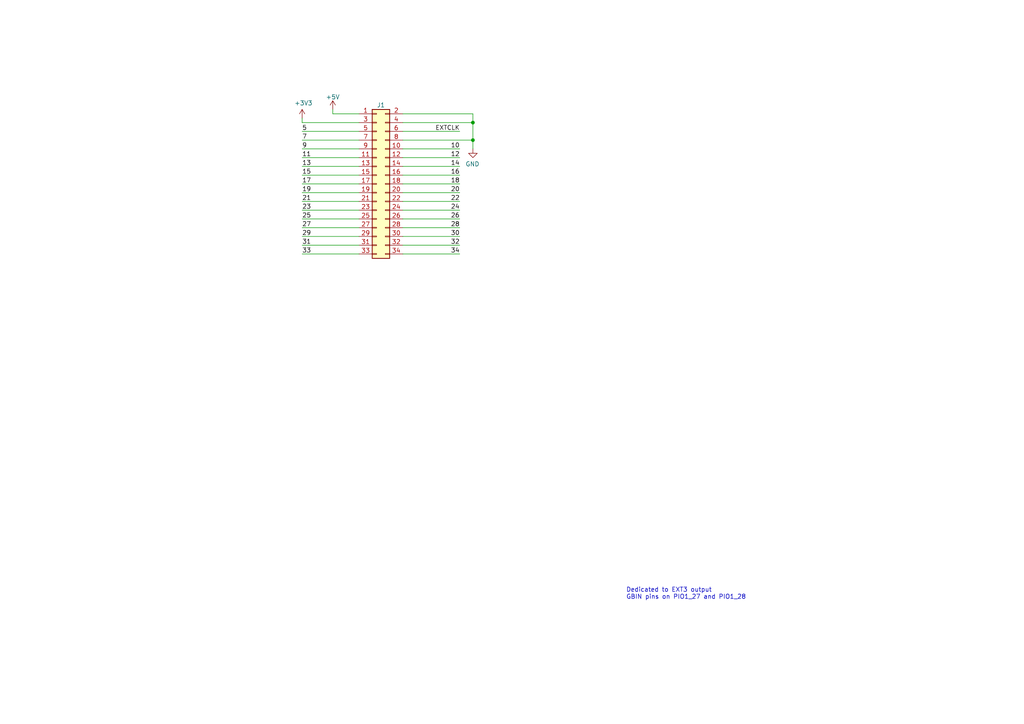
<source format=kicad_sch>
(kicad_sch (version 20211123) (generator eeschema)
  (paper "A4")
  (lib_symbols
    (symbol "Connector_Generic:Conn_02x17_Odd_Even" (pin_names (offset 1.016) hide)
      (property "Reference" "J" (at 1.27 22.86 0))
      (property "Value" "Conn_02x17_Odd_Even" (at 1.27 -22.86 0))
      (symbol "Conn_02x17_Odd_Even_1_1"
        (rectangle (start -1.27 -20.193) (end 0 -20.447) (stroke (width 0.1524)))
        (rectangle (start -1.27 -17.653) (end 0 -17.907) (stroke (width 0.1524)))
        (rectangle (start -1.27 -15.113) (end 0 -15.367) (stroke (width 0.1524)))
        (rectangle (start -1.27 -12.573) (end 0 -12.827) (stroke (width 0.1524)))
        (rectangle (start -1.27 -10.033) (end 0 -10.287) (stroke (width 0.1524)))
        (rectangle (start -1.27 -7.493) (end 0 -7.747) (stroke (width 0.1524)))
        (rectangle (start -1.27 -4.953) (end 0 -5.207) (stroke (width 0.1524)))
        (rectangle (start -1.27 -2.413) (end 0 -2.667) (stroke (width 0.1524)))
        (rectangle (start -1.27 0.127) (end 0 -0.127) (stroke (width 0.1524)))
        (rectangle (start -1.27 2.667) (end 0 2.413) (stroke (width 0.1524)))
        (rectangle (start -1.27 5.207) (end 0 4.953) (stroke (width 0.1524)))
        (rectangle (start -1.27 7.747) (end 0 7.493) (stroke (width 0.1524)))
        (rectangle (start -1.27 10.287) (end 0 10.033) (stroke (width 0.1524)))
        (rectangle (start -1.27 12.827) (end 0 12.573) (stroke (width 0.1524)))
        (rectangle (start -1.27 15.367) (end 0 15.113) (stroke (width 0.1524)))
        (rectangle (start -1.27 17.907) (end 0 17.653) (stroke (width 0.1524)))
        (rectangle (start -1.27 20.447) (end 0 20.193) (stroke (width 0.1524)))
        (rectangle (start -1.27 21.59) (end 3.81 -21.59) (stroke (width 0.254)) (fill (type background)))
        (rectangle (start 3.81 -20.193) (end 2.54 -20.447) (stroke (width 0.1524)))
        (rectangle (start 3.81 -17.653) (end 2.54 -17.907) (stroke (width 0.1524)))
        (rectangle (start 3.81 -15.113) (end 2.54 -15.367) (stroke (width 0.1524)))
        (rectangle (start 3.81 -12.573) (end 2.54 -12.827) (stroke (width 0.1524)))
        (rectangle (start 3.81 -10.033) (end 2.54 -10.287) (stroke (width 0.1524)))
        (rectangle (start 3.81 -7.493) (end 2.54 -7.747) (stroke (width 0.1524)))
        (rectangle (start 3.81 -4.953) (end 2.54 -5.207) (stroke (width 0.1524)))
        (rectangle (start 3.81 -2.413) (end 2.54 -2.667) (stroke (width 0.1524)))
        (rectangle (start 3.81 0.127) (end 2.54 -0.127) (stroke (width 0.1524)))
        (rectangle (start 3.81 2.667) (end 2.54 2.413) (stroke (width 0.1524)))
        (rectangle (start 3.81 5.207) (end 2.54 4.953) (stroke (width 0.1524)))
        (rectangle (start 3.81 7.747) (end 2.54 7.493) (stroke (width 0.1524)))
        (rectangle (start 3.81 10.287) (end 2.54 10.033) (stroke (width 0.1524)))
        (rectangle (start 3.81 12.827) (end 2.54 12.573) (stroke (width 0.1524)))
        (rectangle (start 3.81 15.367) (end 2.54 15.113) (stroke (width 0.1524)))
        (rectangle (start 3.81 17.907) (end 2.54 17.653) (stroke (width 0.1524)))
        (rectangle (start 3.81 20.447) (end 2.54 20.193) (stroke (width 0.1524)))
        (pin passive line (at -5.08 20.32 0) (length 3.81) (name "Pin_1") (number "1"))
        (pin passive line (at 7.62 10.16 180) (length 3.81) (name "Pin_10") (number "10"))
        (pin passive line (at -5.08 7.62 0) (length 3.81) (name "Pin_11") (number "11"))
        (pin passive line (at 7.62 7.62 180) (length 3.81) (name "Pin_12") (number "12"))
        (pin passive line (at -5.08 5.08 0) (length 3.81) (name "Pin_13") (number "13"))
        (pin passive line (at 7.62 5.08 180) (length 3.81) (name "Pin_14") (number "14"))
        (pin passive line (at -5.08 2.54 0) (length 3.81) (name "Pin_15") (number "15"))
        (pin passive line (at 7.62 2.54 180) (length 3.81) (name "Pin_16") (number "16"))
        (pin passive line (at -5.08 0 0) (length 3.81) (name "Pin_17") (number "17"))
        (pin passive line (at 7.62 0 180) (length 3.81) (name "Pin_18") (number "18"))
        (pin passive line (at -5.08 -2.54 0) (length 3.81) (name "Pin_19") (number "19"))
        (pin passive line (at 7.62 20.32 180) (length 3.81) (name "Pin_2") (number "2"))
        (pin passive line (at 7.62 -2.54 180) (length 3.81) (name "Pin_20") (number "20"))
        (pin passive line (at -5.08 -5.08 0) (length 3.81) (name "Pin_21") (number "21"))
        (pin passive line (at 7.62 -5.08 180) (length 3.81) (name "Pin_22") (number "22"))
        (pin passive line (at -5.08 -7.62 0) (length 3.81) (name "Pin_23") (number "23"))
        (pin passive line (at 7.62 -7.62 180) (length 3.81) (name "Pin_24") (number "24"))
        (pin passive line (at -5.08 -10.16 0) (length 3.81) (name "Pin_25") (number "25"))
        (pin passive line (at 7.62 -10.16 180) (length 3.81) (name "Pin_26") (number "26"))
        (pin passive line (at -5.08 -12.7 0) (length 3.81) (name "Pin_27") (number "27"))
        (pin passive line (at 7.62 -12.7 180) (length 3.81) (name "Pin_28") (number "28"))
        (pin passive line (at -5.08 -15.24 0) (length 3.81) (name "Pin_29") (number "29"))
        (pin passive line (at -5.08 17.78 0) (length 3.81) (name "Pin_3") (number "3"))
        (pin passive line (at 7.62 -15.24 180) (length 3.81) (name "Pin_30") (number "30"))
        (pin passive line (at -5.08 -17.78 0) (length 3.81) (name "Pin_31") (number "31"))
        (pin passive line (at 7.62 -17.78 180) (length 3.81) (name "Pin_32") (number "32"))
        (pin passive line (at -5.08 -20.32 0) (length 3.81) (name "Pin_33") (number "33"))
        (pin passive line (at 7.62 -20.32 180) (length 3.81) (name "Pin_34") (number "34"))
        (pin passive line (at 7.62 17.78 180) (length 3.81) (name "Pin_4") (number "4"))
        (pin passive line (at -5.08 15.24 0) (length 3.81) (name "Pin_5") (number "5"))
        (pin passive line (at 7.62 15.24 180) (length 3.81) (name "Pin_6") (number "6"))
        (pin passive line (at -5.08 12.7 0) (length 3.81) (name "Pin_7") (number "7"))
        (pin passive line (at 7.62 12.7 180) (length 3.81) (name "Pin_8") (number "8"))
        (pin passive line (at -5.08 10.16 0) (length 3.81) (name "Pin_9") (number "9"))
      )
    )
    (symbol "ice40-rescue:+3.3V-power" (power) (pin_names (offset 0))
      (property "Value" "+3.3V-power" (at 0 3.556 0))
      (symbol "+3.3V-power_0_1"
        (polyline (pts (xy -0.762 1.27) (xy 0 2.54)))
        (polyline (pts (xy 0 0) (xy 0 2.54)))
        (polyline (pts (xy 0 2.54) (xy 0.762 1.27)))
      )
      (symbol "+3.3V-power_1_1"
        (pin power_in line (at 0 0 90) (length 0) hide (name "+3V3") (number "1"))
      )
    )
    (symbol "ice40-rescue:GND-power" (power) (pin_names (offset 0))
      (property "Value" "GND-power" (at 0 -3.81 0))
      (symbol "GND-power_0_1"
        (polyline (pts (xy 0 0) (xy 0 -1.27) (xy 1.27 -1.27) (xy 0 -2.54) (xy -1.27 -1.27) (xy 0 -1.27)))
      )
      (symbol "GND-power_1_1"
        (pin power_in line (at 0 0 270) (length 0) hide (name "GND") (number "1"))
      )
    )
    (symbol "power:+5V" (power) (pin_names (offset 0))
      (property "Value" "+5V" (at 0 3.556 0))
      (symbol "+5V_0_1"
        (polyline (pts (xy -0.762 1.27) (xy 0 2.54)))
        (polyline (pts (xy 0 0) (xy 0 2.54)))
        (polyline (pts (xy 0 2.54) (xy 0.762 1.27)))
      )
      (symbol "+5V_1_1"
        (pin power_in line (at 0 0 90) (length 0) hide (name "+5V") (number "1"))
      )
    )
  )
  (junction (at 137.16 40.64))
  (junction (at 137.16 35.56))
  (wire (pts (xy 87.63 73.66) (xy 104.14 73.66)))
  (wire (pts (xy 116.84 60.96) (xy 133.35 60.96)))
  (wire (pts (xy 116.84 73.66) (xy 133.35 73.66)))
  (wire (pts (xy 116.84 53.34) (xy 133.35 53.34)))
  (wire (pts (xy 116.84 58.42) (xy 133.35 58.42)))
  (wire (pts (xy 116.84 40.64) (xy 137.16 40.64)))
  (wire (pts (xy 87.63 38.1) (xy 104.14 38.1)))
  (wire (pts (xy 87.63 48.26) (xy 104.14 48.26)))
  (wire (pts (xy 87.63 60.96) (xy 104.14 60.96)))
  (wire (pts (xy 87.63 53.34) (xy 104.14 53.34)))
  (wire (pts (xy 137.16 40.64) (xy 137.16 35.56)))
  (wire (pts (xy 116.84 43.18) (xy 133.35 43.18)))
  (wire (pts (xy 96.52 31.75) (xy 96.52 33.02)))
  (wire (pts (xy 87.63 63.5) (xy 104.14 63.5)))
  (wire (pts (xy 116.84 63.5) (xy 133.35 63.5)))
  (wire (pts (xy 87.63 35.56) (xy 87.63 34.29)))
  (wire (pts (xy 116.84 48.26) (xy 133.35 48.26)))
  (wire (pts (xy 116.84 50.8) (xy 133.35 50.8)))
  (wire (pts (xy 116.84 71.12) (xy 133.35 71.12)))
  (wire (pts (xy 87.63 71.12) (xy 104.14 71.12)))
  (wire (pts (xy 116.84 38.1) (xy 133.35 38.1)))
  (wire (pts (xy 116.84 33.02) (xy 137.16 33.02)))
  (wire (pts (xy 137.16 43.18) (xy 137.16 40.64)))
  (wire (pts (xy 87.63 68.58) (xy 104.14 68.58)))
  (wire (pts (xy 87.63 58.42) (xy 104.14 58.42)))
  (wire (pts (xy 87.63 43.18) (xy 104.14 43.18)))
  (wire (pts (xy 87.63 35.56) (xy 104.14 35.56)))
  (wire (pts (xy 116.84 66.04) (xy 133.35 66.04)))
  (wire (pts (xy 87.63 55.88) (xy 104.14 55.88)))
  (wire (pts (xy 87.63 40.64) (xy 104.14 40.64)))
  (wire (pts (xy 87.63 45.72) (xy 104.14 45.72)))
  (wire (pts (xy 116.84 68.58) (xy 133.35 68.58)))
  (wire (pts (xy 87.63 50.8) (xy 104.14 50.8)))
  (wire (pts (xy 104.14 33.02) (xy 96.52 33.02)))
  (wire (pts (xy 116.84 35.56) (xy 137.16 35.56)))
  (wire (pts (xy 87.63 66.04) (xy 104.14 66.04)))
  (wire (pts (xy 116.84 45.72) (xy 133.35 45.72)))
  (wire (pts (xy 137.16 35.56) (xy 137.16 33.02)))
  (wire (pts (xy 116.84 55.88) (xy 133.35 55.88)))
  (text "Dedicated to EXT3 output\nGBIN pins on PIO1_27 and PIO1_28" (at 181.61 173.99 0) (effects (font (size 1.27 1.27)) (justify left bottom)))
  (label "19" (at 87.63 55.88 0))
  (label "22" (at 133.35 58.42 180))
  (label "26" (at 133.35 63.5 180))
  (label "9" (at 87.63 43.18 0))
  (label "33" (at 87.63 73.66 0))
  (label "24" (at 133.35 60.96 180))
  (label "31" (at 87.63 71.12 0))
  (label "30" (at 133.35 68.58 180))
  (label "32" (at 133.35 71.12 180))
  (label "23" (at 87.63 60.96 0))
  (label "21" (at 87.63 58.42 0))
  (label "34" (at 133.35 73.66 180))
  (label "13" (at 87.63 48.26 0))
  (label "18" (at 133.35 53.34 180))
  (label "28" (at 133.35 66.04 180))
  (label "5" (at 87.63 38.1 0))
  (label "7" (at 87.63 40.64 0))
  (label "14" (at 133.35 48.26 180))
  (label "EXTCLK" (at 133.35 38.1 180))
  (label "11" (at 87.63 45.72 0))
  (label "10" (at 133.35 43.18 180))
  (label "17" (at 87.63 53.34 0))
  (label "27" (at 87.63 66.04 0))
  (label "25" (at 87.63 63.5 0))
  (label "12" (at 133.35 45.72 180))
  (label "16" (at 133.35 50.8 180))
  (label "20" (at 133.35 55.88 180))
  (label "15" (at 87.63 50.8 0))
  (label "29" (at 87.63 68.58 0))
  (symbol (lib_id "ice40-rescue:+3.3V-power") (at 87.63 34.29 0) (unit 1)
    (property "Reference" "#PWR03" (effects hide))
    (property "Value" "+3.3V" (at 88.011 29.8958 0))
  )
  (symbol (lib_id "ice40-rescue:GND-power") (at 137.16 43.18 0) (mirror y) (unit 1)
    (property "Reference" "#PWR06" (effects hide))
    (property "Value" "GND" (at 137.033 47.5742 0))
  )
  (symbol (lib_id "power:+5V") (at 96.52 31.75 0) (unit 1)
    (property "Reference" "#PWR04" (effects hide))
    (property "Value" "+5V" (at 96.52 28.1455 0))
  )
  (symbol (lib_id "Connector_Generic:Conn_02x17_Odd_Even") (at 109.22 53.34 0) (unit 1)
    (property "Reference" "J1" (at 110.49 30.48 0))
    (property "Value" "Conn_02x17_Odd_Even" (effects hide))
    (property "Footprint" "Connector_PinSocket_2.54mm:PinSocket_2x17_P2.54mm_Horizontal" (effects hide))
  )
)
</source>
